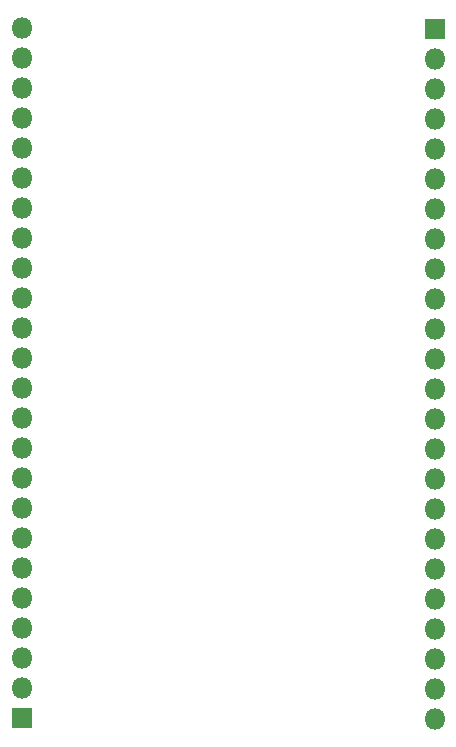
<source format=gbr>
G04 #@! TF.GenerationSoftware,KiCad,Pcbnew,5.1.6*
G04 #@! TF.CreationDate,2020-07-26T18:09:44+03:00*
G04 #@! TF.ProjectId,kicad-skw92b-mt7688a-adapter,6b696361-642d-4736-9b77-3932622d6d74,rev?*
G04 #@! TF.SameCoordinates,Original*
G04 #@! TF.FileFunction,Soldermask,Bot*
G04 #@! TF.FilePolarity,Negative*
%FSLAX46Y46*%
G04 Gerber Fmt 4.6, Leading zero omitted, Abs format (unit mm)*
G04 Created by KiCad (PCBNEW 5.1.6) date 2020-07-26 18:09:44*
%MOMM*%
%LPD*%
G01*
G04 APERTURE LIST*
%ADD10O,1.800000X1.800000*%
%ADD11R,1.800000X1.800000*%
G04 APERTURE END LIST*
D10*
X132475000Y-75905000D03*
X132475000Y-78445000D03*
X132475000Y-80985000D03*
X132475000Y-83525000D03*
X132475000Y-86065000D03*
X132475000Y-88605000D03*
X132475000Y-91145000D03*
X132475000Y-93685000D03*
X132475000Y-96225000D03*
X132475000Y-98765000D03*
X132475000Y-101305000D03*
X132475000Y-103845000D03*
X132475000Y-106385000D03*
X132475000Y-108925000D03*
X132475000Y-111465000D03*
X132475000Y-114005000D03*
X132475000Y-116545000D03*
X132475000Y-119085000D03*
X132475000Y-121625000D03*
X132475000Y-124165000D03*
X132475000Y-126705000D03*
X132475000Y-129245000D03*
X132475000Y-131785000D03*
D11*
X132475000Y-134325000D03*
D10*
X167475000Y-134350000D03*
X167475000Y-131810000D03*
X167475000Y-129270000D03*
X167475000Y-126730000D03*
X167475000Y-124190000D03*
X167475000Y-121650000D03*
X167475000Y-119110000D03*
X167475000Y-116570000D03*
X167475000Y-114030000D03*
X167475000Y-111490000D03*
X167475000Y-108950000D03*
X167475000Y-106410000D03*
X167475000Y-103870000D03*
X167475000Y-101330000D03*
X167475000Y-98790000D03*
X167475000Y-96250000D03*
X167475000Y-93710000D03*
X167475000Y-91170000D03*
X167475000Y-88630000D03*
X167475000Y-86090000D03*
X167475000Y-83550000D03*
X167475000Y-81010000D03*
X167475000Y-78470000D03*
D11*
X167475000Y-75930000D03*
M02*

</source>
